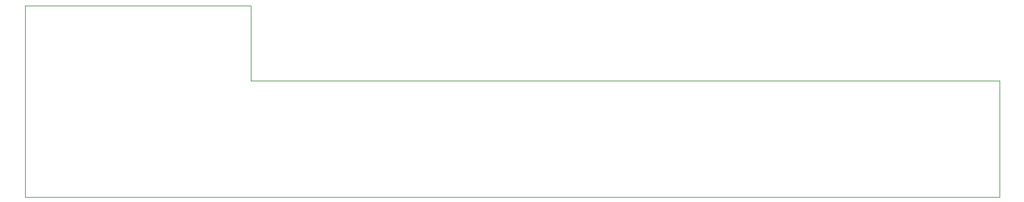
<source format=gbr>
G04 #@! TF.GenerationSoftware,KiCad,Pcbnew,(5.1.5)-3*
G04 #@! TF.CreationDate,2021-02-24T13:15:57+01:00*
G04 #@! TF.ProjectId,Projekt,50726f6a-656b-4742-9e6b-696361645f70,rev?*
G04 #@! TF.SameCoordinates,PX3778af0PY9765530*
G04 #@! TF.FileFunction,Profile,NP*
%FSLAX46Y46*%
G04 Gerber Fmt 4.6, Leading zero omitted, Abs format (unit mm)*
G04 Created by KiCad (PCBNEW (5.1.5)-3) date 2021-02-24 13:15:57*
%MOMM*%
%LPD*%
G04 APERTURE LIST*
%ADD10C,0.120000*%
%ADD11C,0.100000*%
G04 APERTURE END LIST*
D10*
X2286000Y2286000D02*
X2286000Y28194000D01*
D11*
X32766000Y28194000D02*
X32766000Y18034000D01*
X133858000Y18034000D02*
X133858000Y2286000D01*
X133858000Y2286000D02*
X2286000Y2286000D01*
D10*
X32766000Y18034000D02*
X133858000Y18034000D01*
D11*
X32766000Y18034000D02*
X133858000Y18034000D01*
D10*
X133858000Y2286000D02*
X2286000Y2286000D01*
D11*
X2286000Y2286000D02*
X2286000Y28194000D01*
D10*
X2286000Y28194000D02*
X32766000Y28194000D01*
D11*
X2286000Y28194000D02*
X32766000Y28194000D01*
D10*
X32766000Y28194000D02*
X32766000Y18034000D01*
X133858000Y18034000D02*
X133858000Y2286000D01*
M02*

</source>
